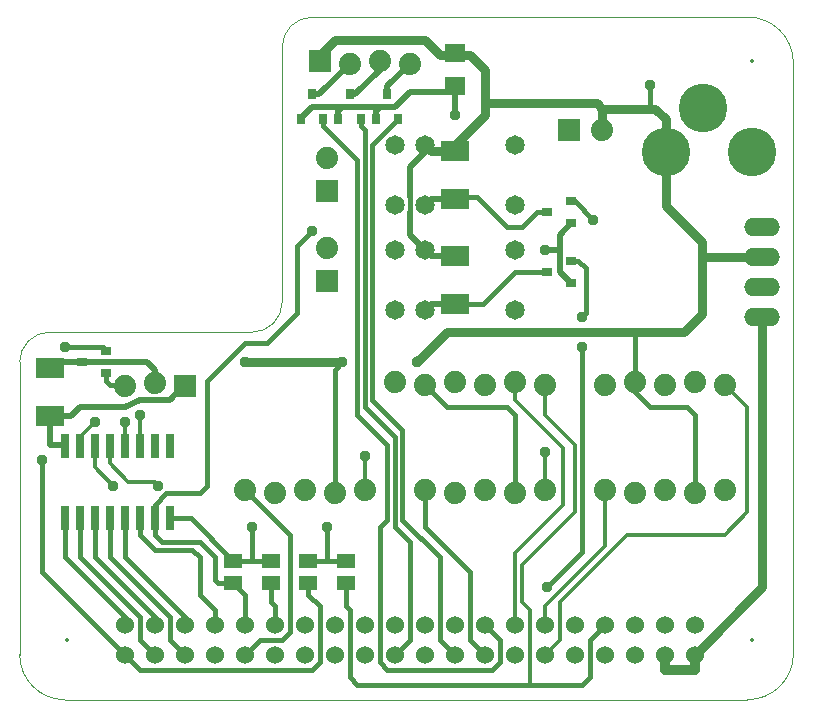
<source format=gbr>
%TF.GenerationSoftware,KiCad,Pcbnew,5.1.5+dfsg1-2~bpo10+1*%
%TF.CreationDate,2020-10-30T12:10:53+01:00*%
%TF.ProjectId,ms_auth_breakout,6d735f61-7574-4685-9f62-7265616b6f75,1.1.0*%
%TF.SameCoordinates,Original*%
%TF.FileFunction,Copper,L2,Bot*%
%TF.FilePolarity,Positive*%
%FSLAX46Y46*%
G04 Gerber Fmt 4.6, Leading zero omitted, Abs format (unit mm)*
G04 Created by KiCad (PCBNEW 5.1.5+dfsg1-2~bpo10+1) date 2020-10-30 12:10:53 commit 8f6b4a8*
%MOMM*%
%LPD*%
G04 APERTURE LIST*
%ADD10C,0.050000*%
%ADD11C,1.524000*%
%ADD12R,0.660400X2.032000*%
%ADD13C,1.879600*%
%ADD14R,1.879600X1.879600*%
%ADD15C,4.114800*%
%ADD16R,1.800000X1.600000*%
%ADD17O,3.048000X1.524000*%
%ADD18R,0.800000X0.900000*%
%ADD19R,0.900000X0.800000*%
%ADD20C,1.651000*%
%ADD21R,2.400000X1.800000*%
%ADD22R,1.500000X1.300000*%
%ADD23C,0.955600*%
%ADD24C,0.406400*%
%ADD25C,0.508000*%
%ADD26C,0.762000*%
%ADD27C,0.304800*%
%ADD28C,0.812800*%
%ADD29C,0.350000*%
G04 APERTURE END LIST*
D10*
X119557800Y-133896100D02*
G75*
G02X115747800Y-130086100I0J3810000D01*
G01*
X119557800Y-133896100D02*
X177342800Y-133896100D01*
X181254400Y-130086100D02*
G75*
G02X177342800Y-133896100I-3860800J50800D01*
G01*
X181254400Y-130086100D02*
X181254400Y-79921100D01*
X177342800Y-76111100D02*
G75*
G02X181254400Y-79921100I50800J-3860800D01*
G01*
X177342800Y-76111100D02*
X140512800Y-76111100D01*
X137972800Y-78651100D02*
G75*
G02X140512800Y-76111100I2540000J0D01*
G01*
X137972800Y-78651100D02*
X137972800Y-100241100D01*
X135432800Y-102781100D02*
G75*
G03X137972800Y-100241100I0J2540000D01*
G01*
X135432800Y-102781100D02*
X118287800Y-102781100D01*
X115747800Y-105321100D02*
G75*
G02X118287800Y-102781100I2540000J0D01*
G01*
X115747800Y-105321100D02*
X115747800Y-130086100D01*
D11*
X124637800Y-130086100D03*
X124637800Y-127546100D03*
X127177800Y-130086100D03*
X127177800Y-127546100D03*
X129717800Y-130086100D03*
X129717800Y-127546100D03*
X132257800Y-130086100D03*
X132257800Y-127546100D03*
X134797800Y-130086100D03*
X134797800Y-127546100D03*
X137337800Y-130086100D03*
X137337800Y-127546100D03*
X139877800Y-130086100D03*
X139877800Y-127546100D03*
X142417800Y-130086100D03*
X142417800Y-127546100D03*
X144957800Y-130086100D03*
X144957800Y-127546100D03*
X147497800Y-130086100D03*
X147497800Y-127546100D03*
X150037800Y-130086100D03*
X150037800Y-127546100D03*
X152577800Y-130086100D03*
X152577800Y-127546100D03*
X155117800Y-130086100D03*
X155117800Y-127546100D03*
X157657800Y-130086100D03*
X157657800Y-127546100D03*
X160197800Y-130086100D03*
X160197800Y-127546100D03*
X162737800Y-130086100D03*
X162737800Y-127546100D03*
X165277800Y-130086100D03*
X165277800Y-127546100D03*
X167817800Y-130086100D03*
X167817800Y-127546100D03*
X170357800Y-130086100D03*
X170357800Y-127546100D03*
X172897800Y-130086100D03*
X172897800Y-127546100D03*
D12*
X119557800Y-112407700D03*
X119557800Y-118554500D03*
X120827800Y-112407700D03*
X122097800Y-112407700D03*
X120827800Y-118554500D03*
X122097800Y-118554500D03*
X123367800Y-112407700D03*
X123367800Y-118554500D03*
X124637800Y-112407700D03*
X124637800Y-118554500D03*
X125907800Y-112407700D03*
X127177800Y-112407700D03*
X125907800Y-118554500D03*
X127177800Y-118554500D03*
X128447800Y-112407700D03*
X128447800Y-118554500D03*
D13*
X165087300Y-85636100D03*
D14*
X162293300Y-85636100D03*
D13*
X175437800Y-116116100D03*
X172897800Y-116370100D03*
X170357800Y-116116100D03*
X167817800Y-116370100D03*
X165277800Y-116116100D03*
X160197800Y-116116100D03*
X157657800Y-116370100D03*
X155117800Y-116116100D03*
X152577800Y-116370100D03*
X150037800Y-116116100D03*
X144957800Y-116116100D03*
X142417800Y-116370100D03*
X139877800Y-116116100D03*
X137337800Y-116370100D03*
X134797800Y-116116100D03*
X165277800Y-107226100D03*
X167817800Y-106972100D03*
X170357800Y-107226100D03*
X172897800Y-106972100D03*
X175437800Y-107226100D03*
X124637800Y-107353100D03*
X127177800Y-107099100D03*
D14*
X129717800Y-107353100D03*
D15*
X173627800Y-83779500D03*
X177770800Y-87515700D03*
X170450000Y-87541100D03*
D16*
X152577800Y-81956100D03*
X152577800Y-79156100D03*
D17*
X178612800Y-93891100D03*
X178612800Y-96431100D03*
X178612800Y-98971100D03*
X178612800Y-101511100D03*
D18*
X140512800Y-82631100D03*
X139562800Y-84731100D03*
X141462800Y-84731100D03*
X143687800Y-82631100D03*
X142737800Y-84731100D03*
X144637800Y-84731100D03*
X146862800Y-82631100D03*
X145912800Y-84731100D03*
X147812800Y-84731100D03*
D19*
X120997800Y-105321100D03*
X123097800Y-106271100D03*
X123097800Y-104371100D03*
X160367800Y-92621100D03*
X162467800Y-93571100D03*
X162467800Y-91671100D03*
X160367800Y-97701100D03*
X162467800Y-98651100D03*
X162467800Y-96751100D03*
D20*
X147497800Y-91986100D03*
X150037800Y-91986100D03*
X157657800Y-91986100D03*
X157657800Y-86906100D03*
X150037800Y-86906100D03*
X147497800Y-86906100D03*
X147497800Y-100876100D03*
X150037800Y-100876100D03*
X157657800Y-100876100D03*
X157657800Y-95796100D03*
X150037800Y-95796100D03*
X147497800Y-95796100D03*
D13*
X141782800Y-95669100D03*
D14*
X141782800Y-98463100D03*
D13*
X141782800Y-88049100D03*
D14*
X141782800Y-90843100D03*
D13*
X148767800Y-80048100D03*
X146227800Y-79794100D03*
X143687800Y-80048100D03*
D14*
X141147800Y-79794100D03*
D21*
X152577800Y-100361100D03*
X152577800Y-96311100D03*
X152577800Y-91471100D03*
X152577800Y-87421100D03*
X118287800Y-105836100D03*
X118287800Y-109886100D03*
D22*
X133845300Y-124051100D03*
X133845300Y-122151100D03*
X137020300Y-124051100D03*
X137020300Y-122151100D03*
X143370300Y-124051100D03*
X143370300Y-122151100D03*
X140195300Y-124051100D03*
X140195300Y-122151100D03*
D13*
X147497800Y-106972100D03*
X150037800Y-107226100D03*
X152577800Y-106972100D03*
X155117800Y-107226100D03*
X157657800Y-106972100D03*
X160197800Y-107226100D03*
D23*
X152577800Y-84366100D03*
X141782800Y-119291100D03*
X135432800Y-119291100D03*
X160197800Y-95796100D03*
X149402800Y-105321100D03*
X143052800Y-105321100D03*
X134797800Y-105321100D03*
X169087800Y-81826100D03*
X119557800Y-104051100D03*
X117652800Y-113576100D03*
X164325300Y-93256100D03*
X140512800Y-94208600D03*
X163372800Y-101511100D03*
X163372800Y-104051100D03*
X160388300Y-124371100D03*
X122097800Y-110401100D03*
X160197800Y-112941100D03*
X123685300Y-115798600D03*
X144957800Y-113258600D03*
X127495300Y-115798600D03*
X124637800Y-110401100D03*
X125907800Y-109766100D03*
D24*
X119557800Y-118554500D02*
X119557800Y-121831100D01*
X119557800Y-121831100D02*
X124637800Y-126911100D01*
X124637800Y-126911100D02*
X124637800Y-127546100D01*
X123097800Y-106271100D02*
X123097800Y-106956100D01*
X123097800Y-106956100D02*
X123367800Y-107226100D01*
X123367800Y-107226100D02*
X124510800Y-107226100D01*
X124510800Y-107226100D02*
X124637800Y-107353100D01*
D25*
X139562800Y-84731100D02*
X139562800Y-84681100D01*
X139562800Y-84681100D02*
X140512800Y-83731100D01*
X140512800Y-83731100D02*
X143052800Y-83731100D01*
X143052800Y-83731100D02*
X146227800Y-83731100D01*
X146227800Y-83731100D02*
X147497800Y-83731100D01*
X147497800Y-83731100D02*
X148767800Y-82461100D01*
X145912800Y-84731100D02*
X145912800Y-84046100D01*
X145912800Y-84046100D02*
X146227800Y-83731100D01*
X142737800Y-84046100D02*
X143052800Y-83731100D01*
X162467800Y-98651100D02*
X162417800Y-98651100D01*
X162417800Y-98651100D02*
X161467800Y-97701100D01*
X148767800Y-82461100D02*
X152072800Y-82461100D01*
X152072800Y-82461100D02*
X152577800Y-81956100D01*
X152577800Y-81956100D02*
X152577800Y-84366100D01*
X142737800Y-84046100D02*
X142737800Y-84731100D01*
D24*
X133845300Y-122151100D02*
X135432800Y-122151100D01*
X135432800Y-122151100D02*
X137020300Y-122151100D01*
X140195300Y-122151100D02*
X141782800Y-122151100D01*
X141782800Y-122151100D02*
X143370300Y-122151100D01*
X134162800Y-121833600D02*
X133845300Y-122151100D01*
X141782800Y-119291100D02*
X141782800Y-122151100D01*
X135432800Y-119291100D02*
X135432800Y-122151100D01*
D25*
X161467800Y-94526100D02*
X161512800Y-94526100D01*
X161512800Y-94526100D02*
X162467800Y-93571100D01*
X161467800Y-94526100D02*
X161467800Y-95796100D01*
X161467800Y-95796100D02*
X160197800Y-95796100D01*
X161467800Y-97701100D02*
X161467800Y-95796100D01*
D24*
X128447800Y-118554500D02*
X130248700Y-118554500D01*
X130248700Y-118554500D02*
X133845300Y-122151100D01*
D26*
X170450000Y-87541100D02*
X170450000Y-92078300D01*
X170450000Y-92078300D02*
X173532800Y-95161100D01*
X173532800Y-95161100D02*
X173532800Y-96431100D01*
X173532800Y-96431100D02*
X173532800Y-101257100D01*
D24*
X167817800Y-106972100D02*
X167817800Y-107861100D01*
X167817800Y-107861100D02*
X169087800Y-109131100D01*
X169087800Y-109131100D02*
X172262800Y-109131100D01*
X172262800Y-109131100D02*
X172897800Y-109766100D01*
X172897800Y-109766100D02*
X172897800Y-116370100D01*
X150672800Y-107861100D02*
X151942800Y-109131100D01*
X151942800Y-109131100D02*
X157022800Y-109131100D01*
X157022800Y-109131100D02*
X157657800Y-109766100D01*
X157657800Y-109766100D02*
X157657800Y-116370100D01*
X129717800Y-107353100D02*
X129590800Y-107353100D01*
D25*
X129590800Y-107353100D02*
X128447800Y-108496100D01*
X128447800Y-108496100D02*
X125907800Y-108496100D01*
D24*
X142417800Y-105956100D02*
X142417800Y-116370100D01*
D25*
X125907800Y-108496100D02*
X124637800Y-109131100D01*
D26*
X134797800Y-105321100D02*
X143052800Y-105321100D01*
X151942800Y-102781100D02*
X167817800Y-102781100D01*
X167817800Y-102781100D02*
X172008800Y-102781100D01*
X172008800Y-102781100D02*
X173532800Y-101257100D01*
D24*
X167817800Y-106972100D02*
X167817800Y-102781100D01*
D26*
X178612800Y-96431100D02*
X173532800Y-96431100D01*
X141147800Y-79794100D02*
X141147800Y-79286100D01*
X141147800Y-79286100D02*
X142417800Y-78016100D01*
X142417800Y-78016100D02*
X150037800Y-78016100D01*
X150037800Y-78016100D02*
X151307800Y-79286100D01*
X151307800Y-79286100D02*
X152447800Y-79286100D01*
D25*
X152447800Y-79286100D02*
X152577800Y-79156100D01*
D26*
X152447800Y-79286100D02*
X153847800Y-79286100D01*
X153847800Y-79286100D02*
X155117800Y-80556100D01*
X155117800Y-80556100D02*
X155117800Y-83731100D01*
X155117800Y-83731100D02*
X155117800Y-84366100D01*
X152577800Y-87421100D02*
X150552800Y-87421100D01*
X150552800Y-87421100D02*
X150037800Y-86906100D01*
X155117800Y-84366100D02*
X152577800Y-86906100D01*
D25*
X152577800Y-86906100D02*
X152577800Y-87421100D01*
X152577800Y-96311100D02*
X150552800Y-96311100D01*
X150552800Y-96311100D02*
X150037800Y-95796100D01*
X150037800Y-95796100D02*
X148767800Y-94526100D01*
X150037800Y-86906100D02*
X150037800Y-87541100D01*
X150037800Y-87541100D02*
X148767800Y-88811100D01*
X148767800Y-88811100D02*
X148767800Y-91351100D01*
X148767800Y-94526100D02*
X148767800Y-92621100D01*
D24*
X148767800Y-92621100D02*
X148767800Y-91351100D01*
D25*
X124637800Y-109131100D02*
X120827800Y-109131100D01*
X120827800Y-109131100D02*
X120072800Y-109886100D01*
X120072800Y-109886100D02*
X118287800Y-109886100D01*
X119557800Y-112407700D02*
X119456200Y-112306100D01*
X119456200Y-112306100D02*
X118287800Y-112306100D01*
X118287800Y-112306100D02*
X118287800Y-109886100D01*
D26*
X151942800Y-102781100D02*
X149402800Y-105321100D01*
D24*
X149402800Y-105003600D02*
X149402800Y-105321100D01*
X142417800Y-105956100D02*
X143052800Y-105321100D01*
D27*
X150672800Y-107861100D02*
X150037800Y-107226100D01*
D24*
X169087800Y-81826100D02*
X169087800Y-83858100D01*
D26*
X170450000Y-87541100D02*
X170450000Y-84775800D01*
X165087300Y-85636100D02*
X165087300Y-83858100D01*
X165087300Y-83858100D02*
X164642800Y-83413600D01*
X164642800Y-83413600D02*
X155435300Y-83413600D01*
X155435300Y-83413600D02*
X155117800Y-83731100D01*
X165087300Y-83858100D02*
X169087800Y-83858100D01*
X169087800Y-83858100D02*
X169532300Y-83858100D01*
X169532300Y-83858100D02*
X170450000Y-84775800D01*
D28*
X170357800Y-131356100D02*
X172897800Y-131356100D01*
X172897800Y-131356100D02*
X172897800Y-130086100D01*
X170357800Y-131356100D02*
X170357800Y-130086100D01*
D26*
X178612800Y-124371100D02*
X172897800Y-130086100D01*
X178612800Y-101511100D02*
X178612800Y-124371100D01*
D24*
X124637800Y-130086100D02*
X117652800Y-123101100D01*
X140512800Y-131356100D02*
X125907800Y-131356100D01*
X125907800Y-131356100D02*
X124637800Y-130086100D01*
X119557800Y-104051100D02*
X122777800Y-104051100D01*
X122777800Y-104051100D02*
X123097800Y-104371100D01*
X117652800Y-113576100D02*
X117652800Y-123101100D01*
X140195300Y-124051100D02*
X140195300Y-125006100D01*
X140195300Y-125006100D02*
X141147800Y-125958600D01*
X141147800Y-125958600D02*
X141147800Y-130721100D01*
X141147800Y-130721100D02*
X140512800Y-131356100D01*
X120827800Y-118554500D02*
X120827800Y-121831100D01*
X120827800Y-121831100D02*
X125907800Y-126911100D01*
X125907800Y-126911100D02*
X125907800Y-128816100D01*
X125907800Y-128816100D02*
X127177800Y-130086100D01*
X122097800Y-118554500D02*
X122097800Y-121831100D01*
X122097800Y-121831100D02*
X127177800Y-126911100D01*
X127177800Y-126911100D02*
X127177800Y-127546100D01*
X129717800Y-130086100D02*
X128447800Y-128816100D01*
X128447800Y-128816100D02*
X128447800Y-126911100D01*
X123367800Y-121831100D02*
X123367800Y-118554500D01*
X123367800Y-121831100D02*
X128447800Y-126911100D01*
X124637800Y-118554500D02*
X124637800Y-121831100D01*
X129717800Y-126911100D02*
X129717800Y-127546100D01*
X124637800Y-121831100D02*
X129717800Y-126911100D01*
X127177800Y-121196100D02*
X125907800Y-119926100D01*
X125907800Y-119926100D02*
X125907800Y-118554500D01*
X132257800Y-127546100D02*
X132257800Y-126276100D01*
X132257800Y-126276100D02*
X130987800Y-125006100D01*
X130987800Y-125006100D02*
X130987800Y-121831100D01*
X130987800Y-121831100D02*
X130352800Y-121196100D01*
X130352800Y-121196100D02*
X127177800Y-121196100D01*
X138607800Y-119926100D02*
X138607800Y-128181100D01*
X138607800Y-128181100D02*
X137972800Y-128816100D01*
X137972800Y-128816100D02*
X136067800Y-128816100D01*
X136067800Y-128816100D02*
X134797800Y-130086100D01*
X138607800Y-119926100D02*
X134797800Y-116116100D01*
X127177800Y-118554500D02*
X127177800Y-119926100D01*
X127177800Y-119926100D02*
X127812800Y-120561100D01*
X127812800Y-120561100D02*
X130987800Y-120561100D01*
X130987800Y-120561100D02*
X132257800Y-121831100D01*
X131622800Y-115798600D02*
X131622800Y-106908600D01*
X131622800Y-106908600D02*
X134797800Y-103733600D01*
X134797800Y-103733600D02*
X136702800Y-103733600D01*
X136702800Y-103733600D02*
X139242800Y-101193600D01*
X139242800Y-101193600D02*
X139242800Y-95478600D01*
X134797800Y-125003600D02*
X134797800Y-127546100D01*
X132257800Y-121831100D02*
X132257800Y-123736100D01*
X162470300Y-91668600D02*
X162467800Y-91671100D01*
X134797800Y-125003600D02*
X133845300Y-124051100D01*
X133845300Y-124051100D02*
X133845300Y-124053600D01*
X133845300Y-124053600D02*
X132575300Y-124053600D01*
X132575300Y-124053600D02*
X132257800Y-123736100D01*
X162470300Y-91668600D02*
X162737800Y-91668600D01*
X162737800Y-91668600D02*
X164325300Y-93256100D01*
X131622800Y-115798600D02*
X130987800Y-116433600D01*
X130987800Y-116433600D02*
X128130300Y-116433600D01*
X128130300Y-116433600D02*
X127177800Y-117386100D01*
X127177800Y-117386100D02*
X127177800Y-118554500D01*
X140512800Y-94208600D02*
X139242800Y-95478600D01*
X137337800Y-127546100D02*
X137337800Y-125958600D01*
X137337800Y-125958600D02*
X137020300Y-125641100D01*
X137020300Y-125641100D02*
X137020300Y-124051100D01*
X162467800Y-96751100D02*
X163057800Y-96751100D01*
X163057800Y-96751100D02*
X163690300Y-97383600D01*
X163372800Y-121386600D02*
X160388300Y-124371100D01*
X163690300Y-97383600D02*
X163690300Y-101193600D01*
X163690300Y-101193600D02*
X163372800Y-101511100D01*
X163372800Y-104051100D02*
X163372800Y-121386600D01*
X148767800Y-128816100D02*
X147497800Y-130086100D01*
X148767800Y-128816100D02*
X148767800Y-120561100D01*
X148767800Y-120561100D02*
X147497800Y-119291100D01*
X147497800Y-119291100D02*
X147497800Y-111671100D01*
X147497800Y-111671100D02*
X144957800Y-109131100D01*
X144957800Y-109131100D02*
X144957800Y-85636100D01*
X144957800Y-85636100D02*
X144637800Y-85316100D01*
X144637800Y-85316100D02*
X144637800Y-84731100D01*
X148132800Y-111036100D02*
X148132800Y-118656100D01*
X151307800Y-128816100D02*
X152577800Y-130086100D01*
X151307800Y-121831100D02*
X148132800Y-118656100D01*
X151307800Y-121831100D02*
X151307800Y-128816100D01*
X147812800Y-84731100D02*
X147767800Y-84731100D01*
X147767800Y-84731100D02*
X145592800Y-86906100D01*
X145592800Y-86906100D02*
X145592800Y-108496100D01*
X145592800Y-108496100D02*
X148132800Y-111036100D01*
X153847800Y-128816100D02*
X155117800Y-130086100D01*
X150037800Y-116116100D02*
X150037800Y-119291100D01*
X150037800Y-119291100D02*
X153847800Y-123101100D01*
X153847800Y-123101100D02*
X153847800Y-128816100D01*
X146862800Y-112306100D02*
X146862800Y-118656100D01*
X155117800Y-127546100D02*
X156387800Y-128816100D01*
X156387800Y-128816100D02*
X156387800Y-130721100D01*
X156387800Y-130721100D02*
X155752800Y-131356100D01*
X146227800Y-130721100D02*
X146862800Y-131356100D01*
X146862800Y-131356100D02*
X155752800Y-131356100D01*
X146862800Y-118656100D02*
X146227800Y-119291100D01*
X146227800Y-119291100D02*
X146227800Y-130721100D01*
X146862800Y-112306100D02*
X144322800Y-109766100D01*
X144322800Y-109766100D02*
X144322800Y-88176100D01*
X144322800Y-88176100D02*
X141462800Y-85316100D01*
X141462800Y-85316100D02*
X141462800Y-84731100D01*
D27*
X157657800Y-127546100D02*
X157657800Y-121513600D01*
X157657800Y-106972100D02*
X157657800Y-107226100D01*
X157657800Y-121513600D02*
X161785300Y-117386100D01*
X161785300Y-117386100D02*
X161785300Y-112623600D01*
X161785300Y-112623600D02*
X157657800Y-108496100D01*
X157657800Y-108496100D02*
X157657800Y-106972100D01*
X160197800Y-130086100D02*
X161467800Y-128816100D01*
X161467800Y-128816100D02*
X161467800Y-125641100D01*
X161467800Y-125641100D02*
X167182800Y-119926100D01*
X167182800Y-119926100D02*
X175437800Y-119926100D01*
X175437800Y-119926100D02*
X177342800Y-118021100D01*
X177342800Y-118021100D02*
X177342800Y-109131100D01*
X177342800Y-109131100D02*
X175437800Y-107226100D01*
X165277800Y-116116100D02*
X165277800Y-120878600D01*
X165277800Y-120878600D02*
X160197800Y-125958600D01*
X160197800Y-125958600D02*
X160197800Y-127546100D01*
D24*
X165277800Y-127546100D02*
X164007800Y-128816100D01*
X164007800Y-128816100D02*
X164007800Y-131991100D01*
X164007800Y-131991100D02*
X163372800Y-132626100D01*
X163372800Y-132626100D02*
X158927800Y-132626100D01*
X158927800Y-132626100D02*
X144322800Y-132626100D01*
X144322800Y-132626100D02*
X143687800Y-131991100D01*
X143687800Y-131991100D02*
X143687800Y-126276100D01*
D27*
X160197800Y-107226100D02*
X160197800Y-109766100D01*
X160197800Y-109766100D02*
X162737800Y-112306100D01*
X162737800Y-112306100D02*
X162737800Y-118021100D01*
X162737800Y-118021100D02*
X158292800Y-122466100D01*
X158292800Y-122466100D02*
X158292800Y-125641100D01*
X158292800Y-125641100D02*
X158927800Y-126276100D01*
X158927800Y-126276100D02*
X158927800Y-132626100D01*
D24*
X143370300Y-124051100D02*
X143370300Y-125958600D01*
X143370300Y-125958600D02*
X143687800Y-126276100D01*
D27*
X122097800Y-110401100D02*
X120827800Y-111671100D01*
X120827800Y-111671100D02*
X120827800Y-112407700D01*
X160197800Y-116116100D02*
X160197800Y-112941100D01*
X122097800Y-112407700D02*
X122097800Y-114211100D01*
X122097800Y-114211100D02*
X123685300Y-115798600D01*
X144957800Y-116116100D02*
X144957800Y-113258600D01*
X123367800Y-113893600D02*
X123367800Y-112407700D01*
X123367800Y-113893600D02*
X124955300Y-115481100D01*
X124955300Y-115481100D02*
X127177800Y-115481100D01*
X127177800Y-115481100D02*
X127495300Y-115798600D01*
X124637800Y-110401100D02*
X124637800Y-112407700D01*
X125907800Y-109766100D02*
X125907800Y-112407700D01*
D25*
X126542800Y-105321100D02*
X127177800Y-105956100D01*
X127177800Y-105956100D02*
X127177800Y-107099100D01*
X126542800Y-105321100D02*
X120997800Y-105321100D01*
D24*
X119240300Y-105321100D02*
X120997800Y-105321100D01*
X119042800Y-105518600D02*
X119240300Y-105321100D01*
D25*
X118287800Y-105836100D02*
X118802800Y-105321100D01*
X118802800Y-105321100D02*
X120997800Y-105321100D01*
X141104800Y-82631100D02*
X143687800Y-80048100D01*
X141104800Y-82631100D02*
X140512800Y-82631100D01*
X143687800Y-82631100D02*
X144152800Y-82631100D01*
X144152800Y-82631100D02*
X146227800Y-80556100D01*
X146227800Y-80556100D02*
X146227800Y-79794100D01*
X146862800Y-81953100D02*
X148767800Y-80048100D01*
X146862800Y-81953100D02*
X146862800Y-82631100D01*
D24*
X160317800Y-92671100D02*
X160367800Y-92621100D01*
X160367800Y-92621100D02*
X159562800Y-92621100D01*
X159562800Y-92621100D02*
X158292800Y-93891100D01*
X158292800Y-93891100D02*
X157022800Y-93891100D01*
D25*
X152577800Y-91471100D02*
X150552800Y-91471100D01*
X150552800Y-91471100D02*
X150037800Y-91986100D01*
D24*
X157022800Y-93891100D02*
X154482800Y-91351100D01*
X154482800Y-91351100D02*
X152697800Y-91351100D01*
X152697800Y-91351100D02*
X152577800Y-91471100D01*
X160317800Y-97751100D02*
X160367800Y-97701100D01*
X160367800Y-97701100D02*
X157657800Y-97701100D01*
D25*
X152577800Y-100361100D02*
X150552800Y-100361100D01*
X150552800Y-100361100D02*
X150037800Y-100876100D01*
D24*
X157657800Y-97701100D02*
X154997800Y-100361100D01*
X154997800Y-100361100D02*
X152577800Y-100361100D01*
D29*
X152577800Y-84366100D03*
X141782800Y-119291100D03*
X135432800Y-119291100D03*
X160197800Y-95796100D03*
X149402800Y-105321100D03*
X143052800Y-105321100D03*
X134797800Y-105321100D03*
X169087800Y-81826100D03*
X119557800Y-104051100D03*
X117652800Y-113576100D03*
X164325300Y-93256100D03*
X140512800Y-94208600D03*
X163372800Y-101511100D03*
X163372800Y-104051100D03*
X160388300Y-124371100D03*
X122097800Y-110401100D03*
X160197800Y-112941100D03*
X123685300Y-115798600D03*
X144957800Y-113258600D03*
X127495300Y-115798600D03*
X124637800Y-110401100D03*
X125907800Y-109766100D03*
X177749200Y-128816100D03*
X119761000Y-128816100D03*
X177749200Y-79794100D03*
X124637800Y-130086100D03*
X124637800Y-127546100D03*
X127177800Y-130086100D03*
X127177800Y-127546100D03*
X129717800Y-130086100D03*
X129717800Y-127546100D03*
X132257800Y-130086100D03*
X132257800Y-127546100D03*
X134797800Y-130086100D03*
X134797800Y-127546100D03*
X137337800Y-130086100D03*
X137337800Y-127546100D03*
X139877800Y-130086100D03*
X139877800Y-127546100D03*
X142417800Y-130086100D03*
X142417800Y-127546100D03*
X144957800Y-130086100D03*
X144957800Y-127546100D03*
X147497800Y-130086100D03*
X147497800Y-127546100D03*
X150037800Y-130086100D03*
X150037800Y-127546100D03*
X152577800Y-130086100D03*
X152577800Y-127546100D03*
X155117800Y-130086100D03*
X155117800Y-127546100D03*
X157657800Y-130086100D03*
X157657800Y-127546100D03*
X160197800Y-130086100D03*
X160197800Y-127546100D03*
X162737800Y-130086100D03*
X162737800Y-127546100D03*
X165277800Y-130086100D03*
X165277800Y-127546100D03*
X167817800Y-130086100D03*
X167817800Y-127546100D03*
X170357800Y-130086100D03*
X170357800Y-127546100D03*
X172897800Y-130086100D03*
X172897800Y-127546100D03*
X165087300Y-85636100D03*
X162293300Y-85636100D03*
X175437800Y-116116100D03*
X172897800Y-116370100D03*
X170357800Y-116116100D03*
X167817800Y-116370100D03*
X165277800Y-116116100D03*
X160197800Y-116116100D03*
X157657800Y-116370100D03*
X155117800Y-116116100D03*
X152577800Y-116370100D03*
X150037800Y-116116100D03*
X144957800Y-116116100D03*
X142417800Y-116370100D03*
X139877800Y-116116100D03*
X137337800Y-116370100D03*
X134797800Y-116116100D03*
X165277800Y-107226100D03*
X167817800Y-106972100D03*
X170357800Y-107226100D03*
X172897800Y-106972100D03*
X175437800Y-107226100D03*
X124637800Y-107353100D03*
X127177800Y-107099100D03*
X129717800Y-107353100D03*
X173627800Y-83779500D03*
X177770800Y-87515700D03*
X170450000Y-87541100D03*
X178612800Y-93891100D03*
X178612800Y-96431100D03*
X178612800Y-98971100D03*
X178612800Y-101511100D03*
X147497800Y-91986100D03*
X150037800Y-91986100D03*
X157657800Y-91986100D03*
X157657800Y-86906100D03*
X150037800Y-86906100D03*
X147497800Y-86906100D03*
X147497800Y-100876100D03*
X150037800Y-100876100D03*
X157657800Y-100876100D03*
X157657800Y-95796100D03*
X150037800Y-95796100D03*
X147497800Y-95796100D03*
X141782800Y-95669100D03*
X141782800Y-98463100D03*
X141782800Y-88049100D03*
X141782800Y-90843100D03*
X148767800Y-80048100D03*
X146227800Y-79794100D03*
X143687800Y-80048100D03*
X141147800Y-79794100D03*
X147497800Y-106972100D03*
X150037800Y-107226100D03*
X152577800Y-106972100D03*
X155117800Y-107226100D03*
X157657800Y-106972100D03*
X160197800Y-107226100D03*
M02*

</source>
